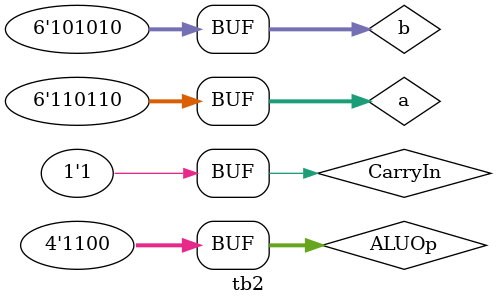
<source format=v>
module tb2
  (
  
  );
 
   reg [5:0] a;
   reg [5:0] b;
   reg [3:0] ALUOp;
   reg CarryIn;
    wire [5:0]Result;
    wire CarryOut;
  
  top top0
    (
    .a(a),
    .b(b),
    .ALUOp(ALUOp),
    .CarryIn(CarryIn),
    .CarryOut(CarryOut),
    .Result(Result)
  );
  initial 
    begin
      a = 6'b110110;
      b = 6'b101010;
      ALUOp = 4'b0000;
      CarryIn = 1'b0;
      
      
      
      #10
      ALUOp = 4'b0001;
      
      #10
      ALUOp = 4'b0010;
      
      #10
      CarryIn = 1'b1;
      ALUOp = 4'b0110;
      
      #10
      ALUOp = 4'b1100;
    end
endmodule
  

</source>
